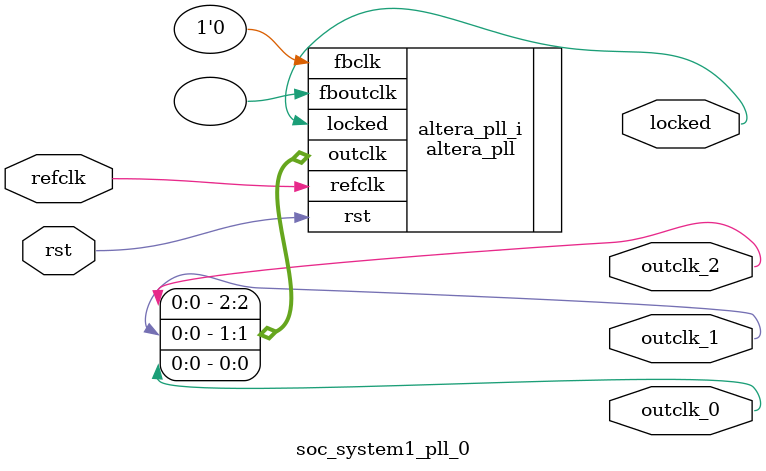
<source format=v>
`timescale 1ns/10ps
module  soc_system1_pll_0(

	// interface 'refclk'
	input wire refclk,

	// interface 'reset'
	input wire rst,

	// interface 'outclk0'
	output wire outclk_0,

	// interface 'outclk1'
	output wire outclk_1,

	// interface 'outclk2'
	output wire outclk_2,

	// interface 'locked'
	output wire locked
);

	altera_pll #(
		.fractional_vco_multiplier("false"),
		.reference_clock_frequency("50.0 MHz"),
		.operation_mode("normal"),
		.number_of_clocks(3),
		.output_clock_frequency0("50.000000 MHz"),
		.phase_shift0("0 ps"),
		.duty_cycle0(50),
		.output_clock_frequency1("100.000000 MHz"),
		.phase_shift1("0 ps"),
		.duty_cycle1(50),
		.output_clock_frequency2("100.000000 MHz"),
		.phase_shift2("-3750 ps"),
		.duty_cycle2(50),
		.output_clock_frequency3("0 MHz"),
		.phase_shift3("0 ps"),
		.duty_cycle3(50),
		.output_clock_frequency4("0 MHz"),
		.phase_shift4("0 ps"),
		.duty_cycle4(50),
		.output_clock_frequency5("0 MHz"),
		.phase_shift5("0 ps"),
		.duty_cycle5(50),
		.output_clock_frequency6("0 MHz"),
		.phase_shift6("0 ps"),
		.duty_cycle6(50),
		.output_clock_frequency7("0 MHz"),
		.phase_shift7("0 ps"),
		.duty_cycle7(50),
		.output_clock_frequency8("0 MHz"),
		.phase_shift8("0 ps"),
		.duty_cycle8(50),
		.output_clock_frequency9("0 MHz"),
		.phase_shift9("0 ps"),
		.duty_cycle9(50),
		.output_clock_frequency10("0 MHz"),
		.phase_shift10("0 ps"),
		.duty_cycle10(50),
		.output_clock_frequency11("0 MHz"),
		.phase_shift11("0 ps"),
		.duty_cycle11(50),
		.output_clock_frequency12("0 MHz"),
		.phase_shift12("0 ps"),
		.duty_cycle12(50),
		.output_clock_frequency13("0 MHz"),
		.phase_shift13("0 ps"),
		.duty_cycle13(50),
		.output_clock_frequency14("0 MHz"),
		.phase_shift14("0 ps"),
		.duty_cycle14(50),
		.output_clock_frequency15("0 MHz"),
		.phase_shift15("0 ps"),
		.duty_cycle15(50),
		.output_clock_frequency16("0 MHz"),
		.phase_shift16("0 ps"),
		.duty_cycle16(50),
		.output_clock_frequency17("0 MHz"),
		.phase_shift17("0 ps"),
		.duty_cycle17(50),
		.pll_type("General"),
		.pll_subtype("General")
	) altera_pll_i (
		.rst	(rst),
		.outclk	({outclk_2, outclk_1, outclk_0}),
		.locked	(locked),
		.fboutclk	( ),
		.fbclk	(1'b0),
		.refclk	(refclk)
	);
endmodule


</source>
